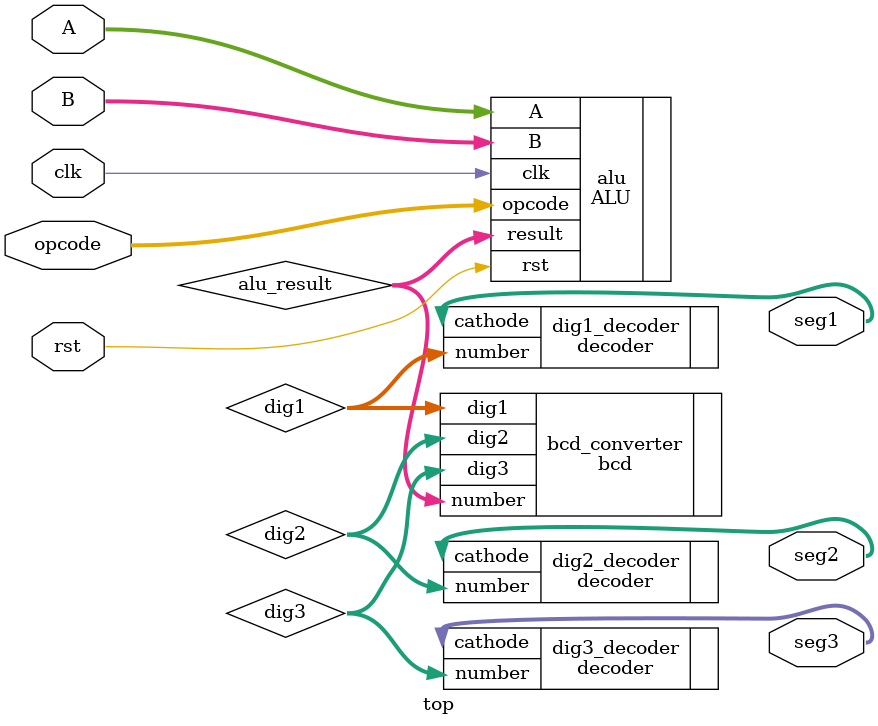
<source format=v>
`timescale 1ns / 1ps


module top(
    input [3:0] A,             // 4-bit input A
    input [3:0] B,             // 4-bit input B
    input [2:0] opcode,        // 3-bit opcode (to match the 8 operations)
    input clk,                 // Clock signal
    input rst,                 // Reset signal

    output [6:0] seg1,         // 7-segment display for digit 1 (hundreds)
    output [6:0] seg2,         // 7-segment display for digit 2 (tens)
    output [6:0] seg3          // 7-segment display for digit 3 (ones)
);

wire [7:0] alu_result;         // 8-bit ALU result
wire [3:0] dig1, dig2, dig3;  // BCD digits for display

// ALU instance
ALU alu (
    .A(A),
    .B(B),
    .opcode(opcode),
    .clk(clk),
    .rst(rst),
    .result(alu_result)
);

// BCD instance to convert ALU result to 3-digit BCD
bcd bcd_converter (
    .number(alu_result),
    .dig1(dig1),
    .dig2(dig2),
    .dig3(dig3)
);

// Decoders for each 7-segment digit
decoder dig1_decoder (
    .number(dig1),
    .cathode(seg1)
);

decoder dig2_decoder (
    .number(dig2),
    .cathode(seg2)
);

decoder dig3_decoder (
    .number(dig3),
    .cathode(seg3)
);

endmodule


</source>
